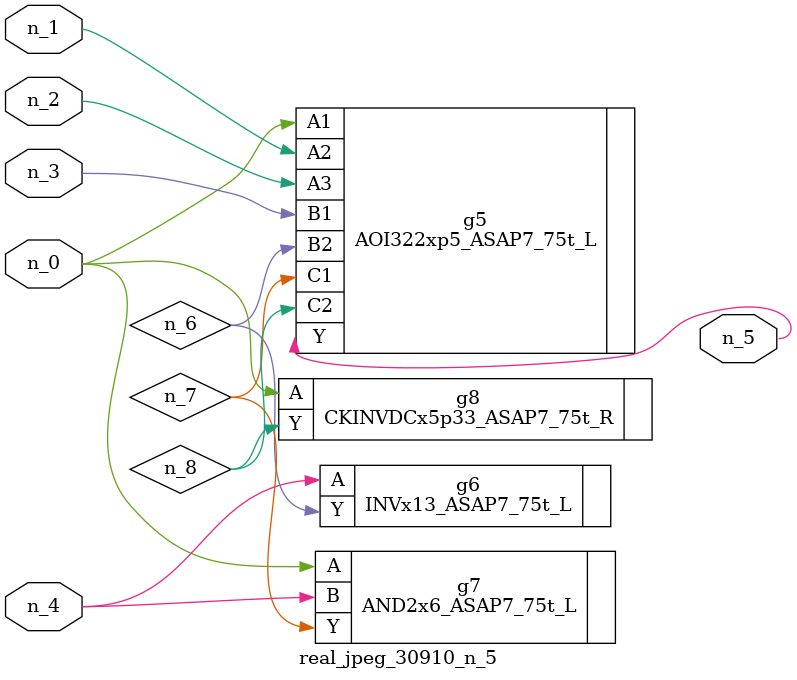
<source format=v>
module real_jpeg_30910_n_5 (n_4, n_0, n_1, n_2, n_3, n_5);

input n_4;
input n_0;
input n_1;
input n_2;
input n_3;

output n_5;

wire n_8;
wire n_6;
wire n_7;

AOI322xp5_ASAP7_75t_L g5 ( 
.A1(n_0),
.A2(n_1),
.A3(n_2),
.B1(n_3),
.B2(n_6),
.C1(n_7),
.C2(n_8),
.Y(n_5)
);

AND2x6_ASAP7_75t_L g7 ( 
.A(n_0),
.B(n_4),
.Y(n_7)
);

CKINVDCx5p33_ASAP7_75t_R g8 ( 
.A(n_0),
.Y(n_8)
);

INVx13_ASAP7_75t_L g6 ( 
.A(n_4),
.Y(n_6)
);


endmodule
</source>
